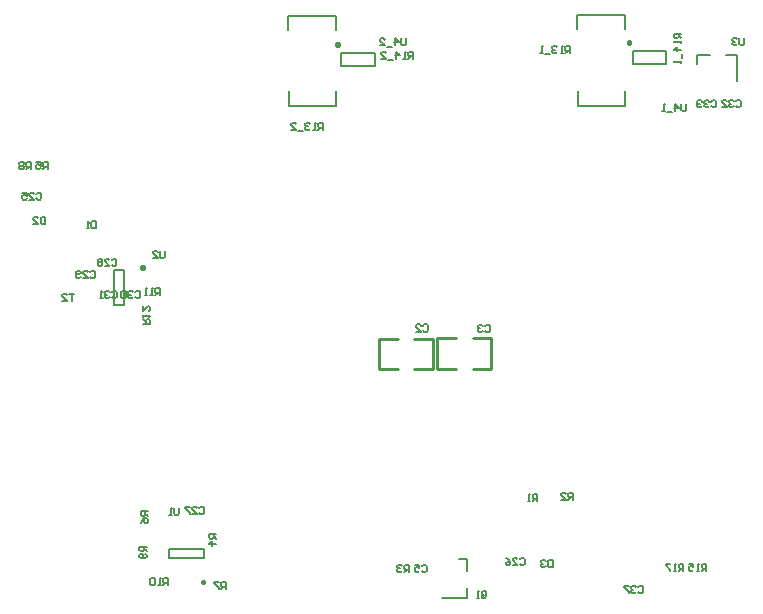
<source format=gbo>
G04*
G04 #@! TF.GenerationSoftware,Altium Limited,Altium Designer,22.5.1 (42)*
G04*
G04 Layer_Color=32896*
%FSLAX25Y25*%
%MOIN*%
G70*
G04*
G04 #@! TF.SameCoordinates,4CCF3D7E-3C4F-46BB-889F-021E08990E68*
G04*
G04*
G04 #@! TF.FilePolarity,Positive*
G04*
G01*
G75*
%ADD10C,0.00787*%
%ADD11C,0.00591*%
%ADD12C,0.01000*%
%ADD40C,0.01181*%
D10*
X153004Y294414D02*
X153004Y291264D01*
X153004Y294414D02*
X164815D01*
X153004Y291264D02*
X164815Y291264D01*
Y294414D01*
X249705Y291043D02*
X252461Y291043D01*
X244094Y277854D02*
X252461D01*
Y281398D01*
Y286910D02*
Y291043D01*
X329231Y458759D02*
X333365D01*
X338877D02*
X342420D01*
Y450393D02*
Y458759D01*
X329231Y456003D02*
Y458759D01*
X134941Y387402D02*
X138091D01*
Y375590D02*
Y387402D01*
X134941Y375590D02*
Y387402D01*
Y375590D02*
X138091D01*
D11*
X289370Y442028D02*
Y447047D01*
X289272Y467520D02*
X289272Y472146D01*
X289370Y442028D02*
X305020D01*
Y447047D01*
X289272Y472146D02*
X305020D01*
Y467520D02*
Y472146D01*
X210630Y459547D02*
X221752D01*
X221752Y455315D02*
X221752Y459547D01*
X210630Y455315D02*
X221752D01*
X210630D02*
Y459547D01*
X193012Y441831D02*
Y446850D01*
X192913Y467323D02*
Y471949D01*
X193012Y441831D02*
X208661D01*
Y446850D01*
X192913Y471949D02*
X208661D01*
Y467323D02*
Y471949D01*
X307776Y455905D02*
Y460138D01*
Y455905D02*
X318898D01*
X318898Y460138D01*
X307776D02*
X318898D01*
X309547Y281496D02*
X309940Y281889D01*
X310727D01*
X311121Y281496D01*
Y279922D01*
X310727Y279528D01*
X309940D01*
X309547Y279922D01*
X308760Y281496D02*
X308366Y281889D01*
X307579D01*
X307185Y281496D01*
Y281102D01*
X307579Y280709D01*
X307972D01*
X307579D01*
X307185Y280315D01*
Y279922D01*
X307579Y279528D01*
X308366D01*
X308760Y279922D01*
X306398Y281889D02*
X304824D01*
Y281496D01*
X306398Y279922D01*
Y279528D01*
X324605Y286910D02*
Y289271D01*
X323425D01*
X323031Y288878D01*
Y288090D01*
X323425Y287697D01*
X324605D01*
X323818D02*
X323031Y286910D01*
X322244D02*
X321457D01*
X321850D01*
Y289271D01*
X322244Y288878D01*
X320276Y289271D02*
X318702D01*
Y288878D01*
X320276Y287303D01*
Y286910D01*
X332282D02*
Y289271D01*
X331102D01*
X330708Y288878D01*
Y288090D01*
X331102Y287697D01*
X332282D01*
X331495D02*
X330708Y286910D01*
X329921D02*
X329134D01*
X329527D01*
Y289271D01*
X329921Y288878D01*
X326379Y289271D02*
X327953D01*
Y288090D01*
X327166Y288484D01*
X326772D01*
X326379Y288090D01*
Y287303D01*
X326772Y286910D01*
X327560D01*
X327953Y287303D01*
X325491Y442519D02*
Y440551D01*
X325097Y440158D01*
X324310D01*
X323917Y440551D01*
Y442519D01*
X321949Y440158D02*
Y442519D01*
X323129Y441338D01*
X321555D01*
X320768Y439764D02*
X319194D01*
X318407Y440158D02*
X317619D01*
X318013D01*
Y442519D01*
X318407Y442126D01*
X232085Y464468D02*
Y462500D01*
X231692Y462107D01*
X230905D01*
X230511Y462500D01*
Y464468D01*
X228543Y462107D02*
Y464468D01*
X229724Y463287D01*
X228150D01*
X227362Y461713D02*
X225788D01*
X223427Y462107D02*
X225001D01*
X223427Y463681D01*
Y464075D01*
X223820Y464468D01*
X224607D01*
X225001Y464075D01*
X323819Y466042D02*
X321457D01*
Y464861D01*
X321851Y464467D01*
X322638D01*
X323031Y464861D01*
Y466042D01*
Y465255D02*
X323819Y464467D01*
Y463680D02*
Y462893D01*
Y463287D01*
X321457D01*
X321851Y463680D01*
X323819Y460532D02*
X321457D01*
X322638Y461712D01*
Y460138D01*
X324212Y459351D02*
Y457777D01*
X323819Y456989D02*
Y456202D01*
Y456596D01*
X321457D01*
X321851Y456989D01*
X234447Y457678D02*
Y460039D01*
X233266D01*
X232873Y459645D01*
Y458858D01*
X233266Y458465D01*
X234447D01*
X233660D02*
X232873Y457678D01*
X232086D02*
X231298D01*
X231692D01*
Y460039D01*
X232086Y459645D01*
X228937Y457678D02*
Y460039D01*
X230118Y458858D01*
X228543D01*
X227756Y457284D02*
X226182D01*
X223821Y457678D02*
X225395D01*
X223821Y459252D01*
Y459645D01*
X224214Y460039D01*
X225001D01*
X225395Y459645D01*
X286809Y459548D02*
Y461909D01*
X285629D01*
X285235Y461515D01*
Y460728D01*
X285629Y460335D01*
X286809D01*
X286022D02*
X285235Y459548D01*
X284448D02*
X283661D01*
X284054D01*
Y461909D01*
X284448Y461515D01*
X282480D02*
X282086Y461909D01*
X281299D01*
X280906Y461515D01*
Y461122D01*
X281299Y460728D01*
X281693D01*
X281299D01*
X280906Y460335D01*
Y459941D01*
X281299Y459548D01*
X282086D01*
X282480Y459941D01*
X280119Y459154D02*
X278544D01*
X277757Y459548D02*
X276970D01*
X277364D01*
Y461909D01*
X277757Y461515D01*
X204427Y433957D02*
Y436318D01*
X203247D01*
X202853Y435925D01*
Y435138D01*
X203247Y434744D01*
X204427D01*
X203640D02*
X202853Y433957D01*
X202066D02*
X201279D01*
X201672D01*
Y436318D01*
X202066Y435925D01*
X200098D02*
X199705Y436318D01*
X198917D01*
X198524Y435925D01*
Y435531D01*
X198917Y435138D01*
X199311D01*
X198917D01*
X198524Y434744D01*
Y434351D01*
X198917Y433957D01*
X199705D01*
X200098Y434351D01*
X197737Y433563D02*
X196162D01*
X193801Y433957D02*
X195375D01*
X193801Y435531D01*
Y435925D01*
X194194Y436318D01*
X194982D01*
X195375Y435925D01*
X344881Y464567D02*
Y462599D01*
X344488Y462205D01*
X343701D01*
X343307Y462599D01*
Y464567D01*
X342520Y464173D02*
X342126Y464567D01*
X341339D01*
X340946Y464173D01*
Y463779D01*
X341339Y463386D01*
X341733D01*
X341339D01*
X340946Y462992D01*
Y462599D01*
X341339Y462205D01*
X342126D01*
X342520Y462599D01*
X151673Y393602D02*
Y391634D01*
X151279Y391241D01*
X150492D01*
X150098Y391634D01*
Y393602D01*
X147737Y391241D02*
X149311D01*
X147737Y392815D01*
Y393208D01*
X148130Y393602D01*
X148918D01*
X149311Y393208D01*
X121500Y379261D02*
X119926D01*
X120713D01*
Y376900D01*
X117564D02*
X119139D01*
X117564Y378474D01*
Y378868D01*
X117958Y379261D01*
X118745D01*
X119139Y378868D01*
X144587Y369194D02*
X146948D01*
Y370375D01*
X146555Y370768D01*
X145768D01*
X145374Y370375D01*
Y369194D01*
Y369981D02*
X144587Y370768D01*
Y371555D02*
Y372342D01*
Y371949D01*
X146948D01*
X146555Y371555D01*
X144587Y375097D02*
Y373523D01*
X146161Y375097D01*
X146555D01*
X146948Y374704D01*
Y373917D01*
X146555Y373523D01*
X150100Y378900D02*
Y381261D01*
X148919D01*
X148526Y380868D01*
Y380081D01*
X148919Y379687D01*
X150100D01*
X149313D02*
X148526Y378900D01*
X147739D02*
X146951D01*
X147345D01*
Y381261D01*
X147739Y380868D01*
X145771Y378900D02*
X144983D01*
X145377D01*
Y381261D01*
X145771Y380868D01*
X233169Y286615D02*
Y288976D01*
X231988D01*
X231594Y288582D01*
Y287795D01*
X231988Y287402D01*
X233169D01*
X232382D02*
X231594Y286615D01*
X230807Y288582D02*
X230414Y288976D01*
X229626D01*
X229233Y288582D01*
Y288189D01*
X229626Y287795D01*
X230020D01*
X229626D01*
X229233Y287402D01*
Y287008D01*
X229626Y286615D01*
X230414D01*
X230807Y287008D01*
X257382Y278445D02*
Y280019D01*
X257775Y280413D01*
X258563D01*
X258956Y280019D01*
Y278445D01*
X258563Y278052D01*
X257775D01*
X258169Y278839D02*
X257382Y278052D01*
X257775D02*
X257382Y278445D01*
X256595Y278052D02*
X255808D01*
X256201D01*
Y280413D01*
X256595Y280019D01*
X281003Y290551D02*
Y288189D01*
X279823D01*
X279429Y288583D01*
Y290157D01*
X279823Y290551D01*
X281003D01*
X278642Y290157D02*
X278248Y290551D01*
X277461D01*
X277068Y290157D01*
Y289764D01*
X277461Y289370D01*
X277855D01*
X277461D01*
X277068Y288977D01*
Y288583D01*
X277461Y288189D01*
X278248D01*
X278642Y288583D01*
X111900Y404961D02*
Y402600D01*
X110719D01*
X110326Y402994D01*
Y404568D01*
X110719Y404961D01*
X111900D01*
X107964Y402600D02*
X109539D01*
X107964Y404174D01*
Y404568D01*
X108358Y404961D01*
X109145D01*
X109539Y404568D01*
X128800Y403461D02*
Y401100D01*
X127619D01*
X127226Y401494D01*
Y403068D01*
X127619Y403461D01*
X128800D01*
X126439Y401100D02*
X125651D01*
X126045D01*
Y403461D01*
X126439Y403068D01*
X333956Y443405D02*
X334350Y443799D01*
X335137D01*
X335530Y443405D01*
Y441831D01*
X335137Y441437D01*
X334350D01*
X333956Y441831D01*
X333169Y443405D02*
X332775Y443799D01*
X331988D01*
X331595Y443405D01*
Y443012D01*
X331988Y442618D01*
X332382D01*
X331988D01*
X331595Y442225D01*
Y441831D01*
X331988Y441437D01*
X332775D01*
X333169Y441831D01*
X330808Y443405D02*
X330414Y443799D01*
X329627D01*
X329233Y443405D01*
Y443012D01*
X329627Y442618D01*
X330020D01*
X329627D01*
X329233Y442225D01*
Y441831D01*
X329627Y441437D01*
X330414D01*
X330808Y441831D01*
X342126Y443504D02*
X342519Y443897D01*
X343306D01*
X343700Y443504D01*
Y441929D01*
X343306Y441536D01*
X342519D01*
X342126Y441929D01*
X341338Y443504D02*
X340945Y443897D01*
X340158D01*
X339764Y443504D01*
Y443110D01*
X340158Y442717D01*
X340551D01*
X340158D01*
X339764Y442323D01*
Y441929D01*
X340158Y441536D01*
X340945D01*
X341338Y441929D01*
X337403Y441536D02*
X338977D01*
X337403Y443110D01*
Y443504D01*
X337796Y443897D01*
X338583D01*
X338977Y443504D01*
X134126Y379768D02*
X134519Y380161D01*
X135306D01*
X135700Y379768D01*
Y378194D01*
X135306Y377800D01*
X134519D01*
X134126Y378194D01*
X133339Y379768D02*
X132945Y380161D01*
X132158D01*
X131764Y379768D01*
Y379374D01*
X132158Y378981D01*
X132551D01*
X132158D01*
X131764Y378587D01*
Y378194D01*
X132158Y377800D01*
X132945D01*
X133339Y378194D01*
X130977Y377800D02*
X130190D01*
X130584D01*
Y380161D01*
X130977Y379768D01*
X141926D02*
X142319Y380161D01*
X143106D01*
X143500Y379768D01*
Y378194D01*
X143106Y377800D01*
X142319D01*
X141926Y378194D01*
X141139Y379768D02*
X140745Y380161D01*
X139958D01*
X139564Y379768D01*
Y379374D01*
X139958Y378981D01*
X140351D01*
X139958D01*
X139564Y378587D01*
Y378194D01*
X139958Y377800D01*
X140745D01*
X141139Y378194D01*
X138777Y379768D02*
X138383Y380161D01*
X137596D01*
X137203Y379768D01*
Y378194D01*
X137596Y377800D01*
X138383D01*
X138777Y378194D01*
Y379768D01*
X126826Y386568D02*
X127219Y386961D01*
X128006D01*
X128400Y386568D01*
Y384994D01*
X128006Y384600D01*
X127219D01*
X126826Y384994D01*
X124464Y384600D02*
X126039D01*
X124464Y386174D01*
Y386568D01*
X124858Y386961D01*
X125645D01*
X126039Y386568D01*
X123677Y384994D02*
X123284Y384600D01*
X122496D01*
X122103Y384994D01*
Y386568D01*
X122496Y386961D01*
X123284D01*
X123677Y386568D01*
Y386174D01*
X123284Y385781D01*
X122103D01*
X134055Y390649D02*
X134448Y391043D01*
X135235D01*
X135629Y390649D01*
Y389075D01*
X135235Y388682D01*
X134448D01*
X134055Y389075D01*
X131693Y388682D02*
X133267D01*
X131693Y390256D01*
Y390649D01*
X132087Y391043D01*
X132874D01*
X133267Y390649D01*
X130906D02*
X130512Y391043D01*
X129725D01*
X129332Y390649D01*
Y390256D01*
X129725Y389862D01*
X129332Y389469D01*
Y389075D01*
X129725Y388682D01*
X130512D01*
X130906Y389075D01*
Y389469D01*
X130512Y389862D01*
X130906Y390256D01*
Y390649D01*
X130512Y389862D02*
X129725D01*
X237401Y288582D02*
X237795Y288976D01*
X238582D01*
X238976Y288582D01*
Y287008D01*
X238582Y286615D01*
X237795D01*
X237401Y287008D01*
X235040Y288976D02*
X236614D01*
Y287795D01*
X235827Y288189D01*
X235434D01*
X235040Y287795D01*
Y287008D01*
X235434Y286615D01*
X236221D01*
X236614Y287008D01*
X156397Y308070D02*
Y306103D01*
X156003Y305709D01*
X155216D01*
X154823Y306103D01*
Y308070D01*
X154036Y305709D02*
X153249D01*
X153642D01*
Y308070D01*
X154036Y307677D01*
X152755Y282185D02*
Y284547D01*
X151574D01*
X151181Y284153D01*
Y283366D01*
X151574Y282973D01*
X152755D01*
X151968D02*
X151181Y282185D01*
X150393D02*
X149606D01*
X150000D01*
Y284547D01*
X150393Y284153D01*
X148426D02*
X148032Y284547D01*
X147245D01*
X146851Y284153D01*
Y282579D01*
X147245Y282185D01*
X148032D01*
X148426Y282579D01*
Y284153D01*
X145669Y295078D02*
X143307D01*
Y293897D01*
X143701Y293504D01*
X144488D01*
X144882Y293897D01*
Y295078D01*
Y294291D02*
X145669Y293504D01*
X145275Y292717D02*
X145669Y292323D01*
Y291536D01*
X145275Y291142D01*
X143701D01*
X143307Y291536D01*
Y292323D01*
X143701Y292717D01*
X144095D01*
X144488Y292323D01*
Y291142D01*
X107100Y420900D02*
Y423261D01*
X105919D01*
X105526Y422868D01*
Y422081D01*
X105919Y421687D01*
X107100D01*
X106313D02*
X105526Y420900D01*
X104739Y422868D02*
X104345Y423261D01*
X103558D01*
X103164Y422868D01*
Y422474D01*
X103558Y422081D01*
X103164Y421687D01*
Y421294D01*
X103558Y420900D01*
X104345D01*
X104739Y421294D01*
Y421687D01*
X104345Y422081D01*
X104739Y422474D01*
Y422868D01*
X104345Y422081D02*
X103558D01*
X172047Y280807D02*
Y283169D01*
X170866D01*
X170472Y282775D01*
Y281988D01*
X170866Y281595D01*
X172047D01*
X171259D02*
X170472Y280807D01*
X169685Y283169D02*
X168111D01*
Y282775D01*
X169685Y281201D01*
Y280807D01*
X146063Y306791D02*
X143701D01*
Y305610D01*
X144095Y305216D01*
X144882D01*
X145275Y305610D01*
Y306791D01*
Y306003D02*
X146063Y305216D01*
X143701Y302855D02*
X144095Y303642D01*
X144882Y304429D01*
X145669D01*
X146063Y304036D01*
Y303249D01*
X145669Y302855D01*
X145275D01*
X144882Y303249D01*
Y304429D01*
X112700Y420900D02*
Y423261D01*
X111519D01*
X111126Y422868D01*
Y422081D01*
X111519Y421687D01*
X112700D01*
X111913D02*
X111126Y420900D01*
X108764Y423261D02*
X110339D01*
Y422081D01*
X109551Y422474D01*
X109158D01*
X108764Y422081D01*
Y421294D01*
X109158Y420900D01*
X109945D01*
X110339Y421294D01*
X168799Y299310D02*
X166437D01*
Y298130D01*
X166831Y297736D01*
X167618D01*
X168012Y298130D01*
Y299310D01*
Y298523D02*
X168799Y297736D01*
Y295768D02*
X166437D01*
X167618Y296949D01*
Y295375D01*
X287795Y310630D02*
Y312992D01*
X286614D01*
X286220Y312598D01*
Y311811D01*
X286614Y311418D01*
X287795D01*
X287007D02*
X286220Y310630D01*
X283859D02*
X285433D01*
X283859Y312205D01*
Y312598D01*
X284253Y312992D01*
X285040D01*
X285433Y312598D01*
X275885Y310138D02*
Y312500D01*
X274705D01*
X274311Y312106D01*
Y311319D01*
X274705Y310925D01*
X275885D01*
X275098D02*
X274311Y310138D01*
X273524D02*
X272737D01*
X273130D01*
Y312500D01*
X273524Y312106D01*
X163189Y307874D02*
X163582Y308267D01*
X164369D01*
X164763Y307874D01*
Y306299D01*
X164369Y305906D01*
X163582D01*
X163189Y306299D01*
X160827Y305906D02*
X162401D01*
X160827Y307480D01*
Y307874D01*
X161221Y308267D01*
X162008D01*
X162401Y307874D01*
X160040Y308267D02*
X158466D01*
Y307874D01*
X160040Y306299D01*
Y305906D01*
X270078Y290846D02*
X270472Y291240D01*
X271259D01*
X271653Y290846D01*
Y289272D01*
X271259Y288878D01*
X270472D01*
X270078Y289272D01*
X267717Y288878D02*
X269291D01*
X267717Y290453D01*
Y290846D01*
X268110Y291240D01*
X268898D01*
X269291Y290846D01*
X265355Y291240D02*
X266143Y290846D01*
X266930Y290059D01*
Y289272D01*
X266536Y288878D01*
X265749D01*
X265355Y289272D01*
Y289666D01*
X265749Y290059D01*
X266930D01*
X108926Y412668D02*
X109319Y413061D01*
X110106D01*
X110500Y412668D01*
Y411094D01*
X110106Y410700D01*
X109319D01*
X108926Y411094D01*
X106564Y410700D02*
X108139D01*
X106564Y412274D01*
Y412668D01*
X106958Y413061D01*
X107745D01*
X108139Y412668D01*
X104203Y413061D02*
X105777D01*
Y411881D01*
X104990Y412274D01*
X104596D01*
X104203Y411881D01*
Y411094D01*
X104596Y410700D01*
X105384D01*
X105777Y411094D01*
X258464Y368602D02*
X258858Y368996D01*
X259645D01*
X260039Y368602D01*
Y367028D01*
X259645Y366634D01*
X258858D01*
X258464Y367028D01*
X257677Y368602D02*
X257284Y368996D01*
X256497D01*
X256103Y368602D01*
Y368209D01*
X256497Y367815D01*
X256890D01*
X256497D01*
X256103Y367421D01*
Y367028D01*
X256497Y366634D01*
X257284D01*
X257677Y367028D01*
X237894Y368701D02*
X238287Y369094D01*
X239074D01*
X239468Y368701D01*
Y367126D01*
X239074Y366733D01*
X238287D01*
X237894Y367126D01*
X235532Y366733D02*
X237106D01*
X235532Y368307D01*
Y368701D01*
X235926Y369094D01*
X236713D01*
X237106Y368701D01*
D12*
X242520Y364469D02*
X248819D01*
X254331D02*
X260630D01*
X242520Y354232D02*
X248819D01*
X254331D02*
X260630D01*
Y364469D01*
X242520Y354232D02*
Y364469D01*
X234941Y354134D02*
X241240D01*
X223130D02*
X229429D01*
X234941Y364370D02*
X241240D01*
X223130D02*
X229429D01*
X223130Y354134D02*
Y364370D01*
X241240Y354134D02*
Y364370D01*
D40*
X164370Y282776D02*
X164895D01*
Y283300D01*
X164370D01*
Y282776D01*
X209744Y462598D02*
X209219D01*
Y462074D01*
X209744D01*
Y462598D01*
X306890Y463189D02*
X306365D01*
Y462664D01*
X306890D01*
Y463189D01*
X144685Y387697D02*
Y388222D01*
X144160D01*
Y387697D01*
X144685D01*
M02*

</source>
